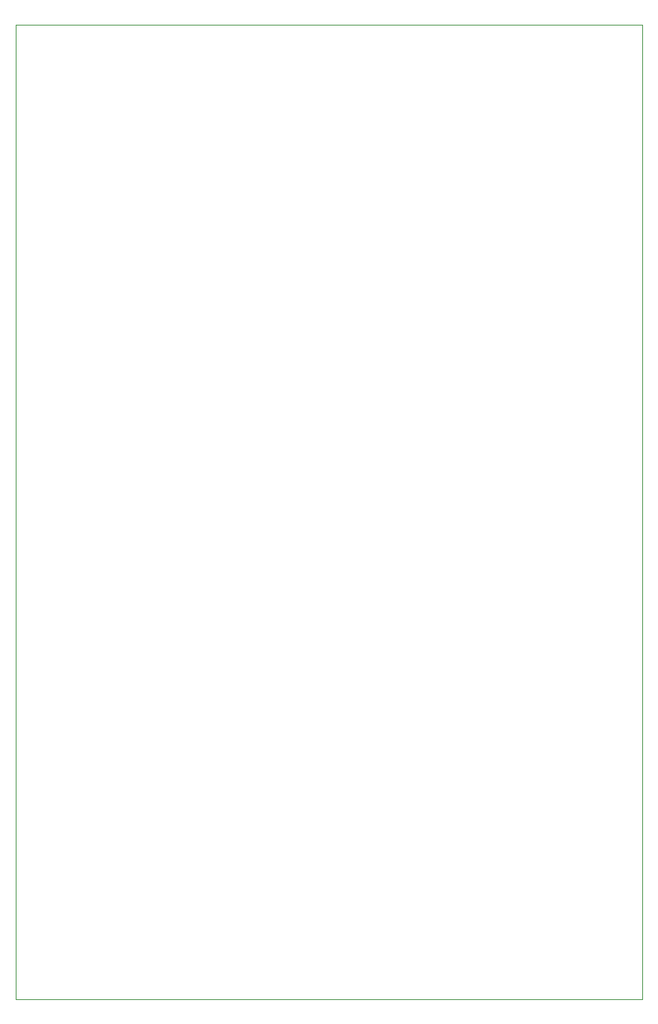
<source format=gbr>
%TF.GenerationSoftware,KiCad,Pcbnew,(6.0.1)*%
%TF.CreationDate,2023-08-04T16:44:47-07:00*%
%TF.ProjectId,pipes_main,70697065-735f-46d6-9169-6e2e6b696361,rev?*%
%TF.SameCoordinates,Original*%
%TF.FileFunction,Profile,NP*%
%FSLAX46Y46*%
G04 Gerber Fmt 4.6, Leading zero omitted, Abs format (unit mm)*
G04 Created by KiCad (PCBNEW (6.0.1)) date 2023-08-04 16:44:47*
%MOMM*%
%LPD*%
G01*
G04 APERTURE LIST*
%TA.AperFunction,Profile*%
%ADD10C,0.050000*%
%TD*%
G04 APERTURE END LIST*
D10*
X40000000Y-150000000D02*
X40000000Y-40000000D01*
X40000000Y-40000000D02*
X110800000Y-40000000D01*
X110800000Y-150000000D02*
X40000000Y-150000000D01*
X110800000Y-40000000D02*
X110800000Y-150000000D01*
M02*

</source>
